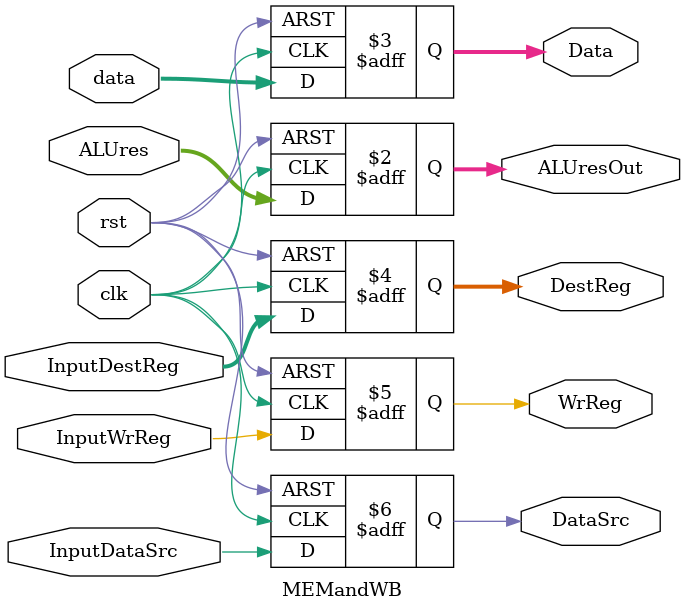
<source format=v>
module MEMandWB(input clk, rst, input[31:0] data,input[31:0] ALUres, input InputWrReg, InputDataSrc, input[4:0] InputDestReg,
       output reg [31:0]ALUresOut, output reg [31:0] Data, output reg[4:0] DestReg, output reg WrReg, DataSrc);
       
       always@(posedge clk, posedge rst) begin
         if(rst) {ALUresOut, Data, DestReg, WrReg, DataSrc} <= 71'b0;
         else begin
            ALUresOut <= ALUres;
            Data <= data;
            DestReg <= InputDestReg;
            WrReg <= InputWrReg;
            DataSrc <= InputDataSrc;
         end
       end
  
endmodule

</source>
